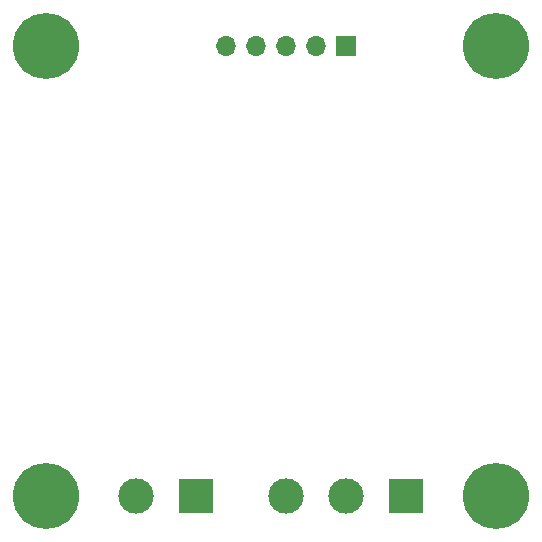
<source format=gbr>
%TF.GenerationSoftware,KiCad,Pcbnew,7.0.5*%
%TF.CreationDate,2023-09-16T15:22:35-07:00*%
%TF.ProjectId,PulseCounterI2C,50756c73-6543-46f7-956e-746572493243,rev?*%
%TF.SameCoordinates,Original*%
%TF.FileFunction,Soldermask,Bot*%
%TF.FilePolarity,Negative*%
%FSLAX46Y46*%
G04 Gerber Fmt 4.6, Leading zero omitted, Abs format (unit mm)*
G04 Created by KiCad (PCBNEW 7.0.5) date 2023-09-16 15:22:35*
%MOMM*%
%LPD*%
G01*
G04 APERTURE LIST*
%ADD10C,5.600000*%
%ADD11R,1.700000X1.700000*%
%ADD12O,1.700000X1.700000*%
%ADD13R,3.000000X3.000000*%
%ADD14C,3.000000*%
G04 APERTURE END LIST*
D10*
%TO.C,J2*%
X165100000Y-63500000D03*
%TD*%
%TO.C,J4*%
X127000000Y-101600000D03*
%TD*%
D11*
%TO.C,J7*%
X152400000Y-63500000D03*
D12*
X149860000Y-63500000D03*
X147320000Y-63500000D03*
X144780000Y-63500000D03*
X142240000Y-63500000D03*
%TD*%
D13*
%TO.C,J6*%
X139700000Y-101600000D03*
D14*
X134620000Y-101600000D03*
%TD*%
D10*
%TO.C,J3*%
X165100000Y-101600000D03*
%TD*%
D13*
%TO.C,J5*%
X157480000Y-101600000D03*
D14*
X152400000Y-101600000D03*
X147320000Y-101600000D03*
%TD*%
D10*
%TO.C,J1*%
X127000000Y-63500000D03*
%TD*%
M02*

</source>
